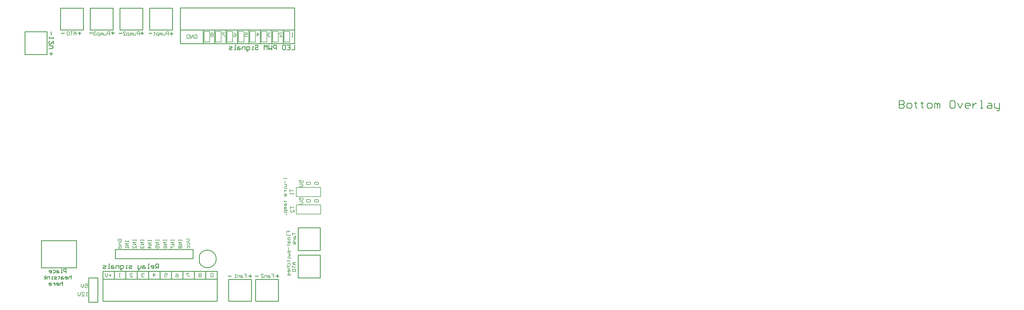
<source format=gbo>
G04 Layer_Color=49087*
%FSLAX25Y25*%
%MOIN*%
G70*
G01*
G75*
%ADD30C,0.01000*%
%ADD69C,0.00787*%
%ADD73C,0.00700*%
%ADD75C,0.00800*%
D30*
X231384Y54000D02*
G03*
X231384Y64000I10500J5000D01*
G01*
X166000Y389264D02*
X196000D01*
Y360500D02*
Y389264D01*
X166000Y360500D02*
X196000D01*
X166000D02*
Y389264D01*
X127000D02*
X157000D01*
Y360500D02*
Y389264D01*
X127000Y360500D02*
X157000D01*
X127000D02*
Y389264D01*
X88000D02*
X118000D01*
Y360500D02*
Y389264D01*
X88000Y360500D02*
X118000D01*
X88000D02*
Y389264D01*
X49000D02*
X79000D01*
Y360500D02*
Y389264D01*
X49000Y360500D02*
X79000D01*
X49000D02*
Y389264D01*
X24000Y47500D02*
Y83000D01*
Y47500D02*
X70000D01*
Y83000D01*
X24000D02*
X70000D01*
X231384Y54000D02*
Y64000D01*
X86000Y2000D02*
Y34000D01*
Y2000D02*
X98000D01*
Y34000D01*
X86000D02*
X98000D01*
X341311Y342500D02*
Y360390D01*
X326311Y342500D02*
Y360390D01*
X311311Y342500D02*
Y360390D01*
X296311Y342500D02*
Y360390D01*
X281311Y342500D02*
Y360390D01*
X206311Y342500D02*
Y360500D01*
Y342500D02*
X356311D01*
Y360500D01*
X236311Y342610D02*
Y360500D01*
X206311D02*
Y389500D01*
Y360500D02*
X356311D01*
X356291Y360433D02*
Y389500D01*
X206311D02*
X356291D01*
X119500Y32567D02*
Y42890D01*
X104500Y42858D02*
X254500D01*
X104500Y32567D02*
Y42890D01*
Y3433D02*
Y32567D01*
Y3433D02*
X254500D01*
Y32567D01*
X104500D02*
X254480D01*
X389764Y34000D02*
Y64000D01*
X361000Y34000D02*
X389764D01*
X361000D02*
Y64000D01*
X389764D01*
X2106Y328228D02*
Y358228D01*
X31106D01*
Y328228D02*
Y358228D01*
X2106Y328228D02*
X31106D01*
X361000Y100000D02*
X389764D01*
X361000Y70000D02*
Y100000D01*
Y70000D02*
X389764D01*
Y100000D01*
X266311Y342610D02*
Y360500D01*
X251311Y342610D02*
Y360500D01*
X134500Y32567D02*
Y42890D01*
X149500Y32567D02*
Y42890D01*
X164500Y32567D02*
Y42890D01*
X179500Y32567D02*
Y42890D01*
X194500Y32567D02*
Y42890D01*
X209500Y32567D02*
Y42890D01*
X224500Y32567D02*
Y42890D01*
X239500Y32567D02*
Y42890D01*
X254500Y32567D02*
Y42890D01*
X121000Y71500D02*
X223000D01*
Y59500D02*
Y71500D01*
X121000Y59500D02*
X223000D01*
X121000D02*
Y71500D01*
X305000Y3500D02*
Y32264D01*
Y3500D02*
X335000D01*
Y32264D01*
X305000D02*
X335000D01*
X269500Y3500D02*
Y32264D01*
Y3500D02*
X299500D01*
Y32264D01*
X269500D02*
X299500D01*
X56336Y40796D02*
Y45794D01*
X53836D01*
X53003Y44961D01*
Y43295D01*
X53836Y42462D01*
X56336D01*
X51337Y40796D02*
X49671D01*
X50504D01*
Y45794D01*
X51337D01*
X46339Y44128D02*
X44673D01*
X43839Y43295D01*
Y40796D01*
X46339D01*
X47172Y41629D01*
X46339Y42462D01*
X43839D01*
X38841Y44128D02*
X41340D01*
X42173Y43295D01*
Y41629D01*
X41340Y40796D01*
X38841D01*
X34676D02*
X36342D01*
X37175Y41629D01*
Y43295D01*
X36342Y44128D01*
X34676D01*
X33843Y43295D01*
Y42462D01*
X37175D01*
X63000Y37396D02*
Y32398D01*
Y34897D01*
X62167Y35730D01*
X60501D01*
X59668Y34897D01*
Y32398D01*
X55502D02*
X57169D01*
X58002Y33231D01*
Y34897D01*
X57169Y35730D01*
X55502D01*
X54669Y34897D01*
Y34064D01*
X58002D01*
X52170Y35730D02*
X50504D01*
X49671Y34897D01*
Y32398D01*
X52170D01*
X53003Y33231D01*
X52170Y34064D01*
X49671D01*
X47172Y36563D02*
Y35730D01*
X48005D01*
X46339D01*
X47172D01*
Y33231D01*
X46339Y32398D01*
X43839D02*
X41340D01*
X40507Y33231D01*
X41340Y34064D01*
X43007D01*
X43839Y34897D01*
X43007Y35730D01*
X40507D01*
X38841Y32398D02*
X37175D01*
X38008D01*
Y35730D01*
X38841D01*
X34676Y32398D02*
Y35730D01*
X32177D01*
X31344Y34897D01*
Y32398D01*
X29678D02*
Y37396D01*
Y34064D02*
X27178Y35730D01*
X29678Y34064D02*
X27178Y32398D01*
X51754Y28998D02*
Y24000D01*
Y26499D01*
X50921Y27332D01*
X49255D01*
X48421Y26499D01*
Y24000D01*
X44256D02*
X45922D01*
X46755Y24833D01*
Y26499D01*
X45922Y27332D01*
X44256D01*
X43423Y26499D01*
Y25666D01*
X46755D01*
X41757Y27332D02*
Y24000D01*
Y25666D01*
X40924Y26499D01*
X40091Y27332D01*
X39258D01*
X34259Y24000D02*
X35925D01*
X36759Y24833D01*
Y26499D01*
X35925Y27332D01*
X34259D01*
X33426Y26499D01*
Y25666D01*
X36759D01*
X356311Y340498D02*
Y334500D01*
X352312D01*
X346314Y340498D02*
X350313D01*
Y334500D01*
X346314D01*
X350313Y337499D02*
X348314D01*
X344315Y340498D02*
Y334500D01*
X341316D01*
X340316Y335500D01*
Y339498D01*
X341316Y340498D01*
X344315D01*
X332319Y334500D02*
Y340498D01*
X329320D01*
X328320Y339498D01*
Y337499D01*
X329320Y336499D01*
X332319D01*
X326321Y340498D02*
Y334500D01*
X324321Y336499D01*
X322322Y334500D01*
Y340498D01*
X320323Y334500D02*
Y340498D01*
X318323Y338499D01*
X316324Y340498D01*
Y334500D01*
X304328Y339498D02*
X305328Y340498D01*
X307327D01*
X308327Y339498D01*
Y338499D01*
X307327Y337499D01*
X305328D01*
X304328Y336499D01*
Y335500D01*
X305328Y334500D01*
X307327D01*
X308327Y335500D01*
X302328Y334500D02*
X300329D01*
X301329D01*
Y338499D01*
X302328D01*
X295331Y332501D02*
X294331D01*
X293331Y333500D01*
Y338499D01*
X296330D01*
X297330Y337499D01*
Y335500D01*
X296330Y334500D01*
X293331D01*
X291332D02*
Y338499D01*
X288333D01*
X287333Y337499D01*
Y334500D01*
X284334Y338499D02*
X282335D01*
X281335Y337499D01*
Y334500D01*
X284334D01*
X285334Y335500D01*
X284334Y336499D01*
X281335D01*
X279336Y334500D02*
X277337D01*
X278336D01*
Y340498D01*
X279336D01*
X274338Y334500D02*
X271339D01*
X270339Y335500D01*
X271339Y336499D01*
X273338D01*
X274338Y337499D01*
X273338Y338499D01*
X270339D01*
X177500Y46500D02*
Y52498D01*
X174501D01*
X173501Y51498D01*
Y49499D01*
X174501Y48499D01*
X177500D01*
X175501D02*
X173501Y46500D01*
X168503D02*
X170502D01*
X171502Y47500D01*
Y49499D01*
X170502Y50499D01*
X168503D01*
X167503Y49499D01*
Y48499D01*
X171502D01*
X165504Y46500D02*
X163505D01*
X164504D01*
Y52498D01*
X165504D01*
X159506Y50499D02*
X157507D01*
X156507Y49499D01*
Y46500D01*
X159506D01*
X160505Y47500D01*
X159506Y48499D01*
X156507D01*
X154508Y50499D02*
Y47500D01*
X153508Y46500D01*
X150509D01*
Y45500D01*
X151508Y44501D01*
X152508D01*
X150509Y46500D02*
Y50499D01*
X142511Y46500D02*
X139512D01*
X138513Y47500D01*
X139512Y48499D01*
X141512D01*
X142511Y49499D01*
X141512Y50499D01*
X138513D01*
X136513Y46500D02*
X134514D01*
X135514D01*
Y50499D01*
X136513D01*
X129516Y44501D02*
X128516D01*
X127516Y45500D01*
Y50499D01*
X130515D01*
X131515Y49499D01*
Y47500D01*
X130515Y46500D01*
X127516D01*
X125517D02*
Y50499D01*
X122518D01*
X121518Y49499D01*
Y46500D01*
X118519Y50499D02*
X116520D01*
X115520Y49499D01*
Y46500D01*
X118519D01*
X119519Y47500D01*
X118519Y48499D01*
X115520D01*
X113521Y46500D02*
X111521D01*
X112521D01*
Y52498D01*
X113521D01*
X108522Y46500D02*
X105523D01*
X104524Y47500D01*
X105523Y48499D01*
X107523D01*
X108522Y49499D01*
X107523Y50499D01*
X104524D01*
X36607Y327228D02*
Y331227D01*
X34608Y329228D02*
X38607D01*
X36607Y354228D02*
Y358227D01*
X39606Y350728D02*
Y348729D01*
Y349729D01*
X33608D01*
X34608Y350728D01*
X39606Y341731D02*
Y345730D01*
X35608Y341731D01*
X34608D01*
X33608Y342731D01*
Y344730D01*
X34608Y345730D01*
X33608Y339732D02*
X37607D01*
X39606Y337733D01*
X37607Y335733D01*
X33608D01*
X1150000Y267497D02*
Y257500D01*
X1154998D01*
X1156665Y259166D01*
Y260832D01*
X1154998Y262498D01*
X1150000D01*
X1154998D01*
X1156665Y264165D01*
Y265831D01*
X1154998Y267497D01*
X1150000D01*
X1161663Y257500D02*
X1164995D01*
X1166661Y259166D01*
Y262498D01*
X1164995Y264165D01*
X1161663D01*
X1159997Y262498D01*
Y259166D01*
X1161663Y257500D01*
X1171660Y265831D02*
Y264165D01*
X1169994D01*
X1173326D01*
X1171660D01*
Y259166D01*
X1173326Y257500D01*
X1179990Y265831D02*
Y264165D01*
X1178324D01*
X1181656D01*
X1179990D01*
Y259166D01*
X1181656Y257500D01*
X1188321D02*
X1191653D01*
X1193319Y259166D01*
Y262498D01*
X1191653Y264165D01*
X1188321D01*
X1186655Y262498D01*
Y259166D01*
X1188321Y257500D01*
X1196652D02*
Y264165D01*
X1198318D01*
X1199984Y262498D01*
Y257500D01*
Y262498D01*
X1201650Y264165D01*
X1203316Y262498D01*
Y257500D01*
X1221644Y267497D02*
X1218311D01*
X1216645Y265831D01*
Y259166D01*
X1218311Y257500D01*
X1221644D01*
X1223310Y259166D01*
Y265831D01*
X1221644Y267497D01*
X1226642Y264165D02*
X1229974Y257500D01*
X1233307Y264165D01*
X1241637Y257500D02*
X1238305D01*
X1236639Y259166D01*
Y262498D01*
X1238305Y264165D01*
X1241637D01*
X1243303Y262498D01*
Y260832D01*
X1236639D01*
X1246636Y264165D02*
Y257500D01*
Y260832D01*
X1248302Y262498D01*
X1249968Y264165D01*
X1251634D01*
X1256632Y257500D02*
X1259964D01*
X1258298D01*
Y267497D01*
X1256632D01*
X1266629Y264165D02*
X1269961D01*
X1271627Y262498D01*
Y257500D01*
X1266629D01*
X1264963Y259166D01*
X1266629Y260832D01*
X1271627D01*
X1274960Y264165D02*
Y259166D01*
X1276626Y257500D01*
X1281624D01*
Y255834D01*
X1279958Y254168D01*
X1278292D01*
X1281624Y257500D02*
Y264165D01*
X300000Y36501D02*
X296001D01*
X298001Y34502D02*
Y38500D01*
X273000Y36501D02*
X269001D01*
X335500D02*
X331501D01*
X333501Y34502D02*
Y38500D01*
X308500Y36501D02*
X304501D01*
X72000Y355999D02*
X75999D01*
X73999Y357998D02*
Y354000D01*
X50000Y355999D02*
X53999D01*
X87000Y356499D02*
X90999D01*
X115500D02*
X119499D01*
X117499Y358498D02*
Y354500D01*
X125500Y355999D02*
X129499D01*
X154000D02*
X157999D01*
X155999Y357998D02*
Y354000D01*
X165000Y355999D02*
X168999D01*
X192500Y355499D02*
X196499D01*
X194499Y357498D02*
Y353500D01*
D69*
X252669Y358587D02*
X259953D01*
X252669Y344413D02*
X259953D01*
X252669D02*
Y358587D01*
X259953Y344413D02*
Y358587D01*
X237669D02*
X244953D01*
X237669Y344413D02*
X244953D01*
X237669D02*
Y358587D01*
X244953Y344413D02*
Y358587D01*
X327669Y344413D02*
Y358587D01*
X334953Y344413D02*
Y358587D01*
X327669Y344413D02*
X334953D01*
X327669Y358587D02*
X334953D01*
X312669Y344413D02*
Y358587D01*
X319953Y344413D02*
Y358587D01*
X312669Y344413D02*
X319953D01*
X312669Y358587D02*
X319953D01*
X297669Y344413D02*
Y358587D01*
X304953Y344413D02*
Y358587D01*
X297669Y344413D02*
X304953D01*
X297669Y358587D02*
X304953D01*
X282669Y344413D02*
Y358587D01*
X289953Y344413D02*
Y358587D01*
X282669Y344413D02*
X289953D01*
X282669Y358587D02*
X289953D01*
X349953Y344413D02*
Y358587D01*
X342669Y344413D02*
Y358587D01*
Y344413D02*
X349953D01*
X342669Y358587D02*
X349953D01*
X274953Y344413D02*
Y358587D01*
X267669Y344413D02*
Y358587D01*
Y344413D02*
X274953D01*
X267669Y358587D02*
X274953D01*
D73*
X358500Y141000D02*
Y153000D01*
Y141000D02*
X390500D01*
Y153000D01*
X358500D02*
X390500D01*
X358500Y118000D02*
Y130000D01*
Y118000D02*
X390500D01*
Y130000D01*
X358500D02*
X390500D01*
X346002Y92501D02*
Y95500D01*
X348251D01*
Y94001D01*
Y95500D01*
X350500D01*
Y91001D02*
Y89502D01*
Y90252D01*
X346002D01*
Y91001D01*
X350500Y86503D02*
Y85003D01*
X349750Y84254D01*
X348251D01*
X347501Y85003D01*
Y86503D01*
X348251Y87253D01*
X349750D01*
X350500Y86503D01*
X347501Y82004D02*
Y80505D01*
X348251Y79755D01*
X350500D01*
Y82004D01*
X349750Y82754D01*
X349001Y82004D01*
Y79755D01*
X346751Y77506D02*
X347501D01*
Y78256D01*
Y76756D01*
Y77506D01*
X349750D01*
X350500Y76756D01*
X348251Y74507D02*
Y71508D01*
X350500Y70008D02*
Y67759D01*
X349750Y67009D01*
X349001Y67759D01*
Y69258D01*
X348251Y70008D01*
X347501Y69258D01*
Y67009D01*
Y65510D02*
X349750D01*
X350500Y64760D01*
X349750Y64010D01*
X350500Y63261D01*
X349750Y62511D01*
X347501D01*
X350500Y61011D02*
Y59512D01*
Y60261D01*
X347501D01*
Y61011D01*
X346751Y56513D02*
X347501D01*
Y57262D01*
Y55763D01*
Y56513D01*
X349750D01*
X350500Y55763D01*
X347501Y50515D02*
Y52764D01*
X348251Y53514D01*
X349750D01*
X350500Y52764D01*
Y50515D01*
X346002Y49015D02*
X350500D01*
X348251D01*
X347501Y48265D01*
Y46766D01*
X348251Y46016D01*
X350500D01*
Y42267D02*
Y43767D01*
X349750Y44517D01*
X348251D01*
X347501Y43767D01*
Y42267D01*
X348251Y41517D01*
X349001D01*
Y44517D01*
X350500Y40018D02*
Y37769D01*
X349750Y37019D01*
X349001Y37769D01*
Y39268D01*
X348251Y40018D01*
X347501Y39268D01*
Y37019D01*
X353502Y93500D02*
Y90501D01*
Y92001D01*
X358000D01*
X355001Y88252D02*
Y86752D01*
X355751Y86002D01*
X358000D01*
Y88252D01*
X357250Y89002D01*
X356501Y88252D01*
Y86002D01*
X358000Y84503D02*
X355001D01*
Y82254D01*
X355751Y81504D01*
X358000D01*
Y80004D02*
X353502D01*
X356501D02*
X355001Y77755D01*
X356501Y80004D02*
X358000Y77755D01*
Y54500D02*
X355001D01*
X353502Y53000D01*
X355001Y51501D01*
X358000D01*
X355751D01*
Y54500D01*
X353502Y50002D02*
Y47003D01*
Y48502D01*
X358000D01*
X353502Y43254D02*
Y44753D01*
X354251Y45503D01*
X357250D01*
X358000Y44753D01*
Y43254D01*
X357250Y42504D01*
X354251D01*
X353502Y43254D01*
X346000Y165500D02*
Y164000D01*
Y164750D01*
X341501D01*
X342251Y165500D01*
X343751Y161751D02*
Y158752D01*
X343001Y157253D02*
X345250D01*
X346000Y156503D01*
X345250Y155753D01*
X346000Y155003D01*
X345250Y154254D01*
X343001D01*
X346000Y152754D02*
Y151255D01*
Y152004D01*
X343001D01*
Y152754D01*
Y149005D02*
X346000D01*
X344500D01*
X343751Y148256D01*
X343001Y147506D01*
Y146756D01*
X346000Y142257D02*
Y143757D01*
X345250Y144507D01*
X343751D01*
X343001Y143757D01*
Y142257D01*
X343751Y141508D01*
X344500D01*
Y144507D01*
X342251Y134760D02*
X343001D01*
Y135510D01*
Y134010D01*
Y134760D01*
X345250D01*
X346000Y134010D01*
Y129512D02*
Y131011D01*
X345250Y131761D01*
X343751D01*
X343001Y131011D01*
Y129512D01*
X343751Y128762D01*
X344500D01*
Y131761D01*
X346000Y127262D02*
X343001D01*
Y126513D01*
X343751Y125763D01*
X346000D01*
X343751D01*
X343001Y125013D01*
X343751Y124263D01*
X346000D01*
X347500Y122764D02*
X343001D01*
Y120515D01*
X343751Y119765D01*
X345250D01*
X346000Y120515D01*
Y122764D01*
Y118265D02*
X345250D01*
Y117516D01*
X346000D01*
Y118265D01*
X125251Y82001D02*
X124502Y82751D01*
Y84250D01*
X125251Y85000D01*
X128250D01*
X129000Y84250D01*
Y82751D01*
X128250Y82001D01*
X126751D01*
Y83500D01*
X129000Y80502D02*
X126001D01*
Y78252D01*
X126751Y77503D01*
X129000D01*
X124502Y73004D02*
X129000D01*
Y75253D01*
X128250Y76003D01*
X126751D01*
X126001Y75253D01*
Y73004D01*
X134002Y83000D02*
Y81501D01*
Y82250D01*
X138500D01*
Y83000D01*
Y81501D01*
Y79251D02*
X134002D01*
X138500Y76252D01*
X134002D01*
X138500Y74753D02*
Y73253D01*
Y74003D01*
X134002D01*
X134751Y74753D01*
X144001Y84500D02*
Y83000D01*
Y83750D01*
X148500D01*
Y84500D01*
Y83000D01*
Y80751D02*
X144001D01*
X148500Y77752D01*
X144001D01*
X148500Y73254D02*
Y76253D01*
X145501Y73254D01*
X144751D01*
X144001Y74003D01*
Y75503D01*
X144751Y76253D01*
X154001Y84500D02*
Y83000D01*
Y83750D01*
X158500D01*
Y84500D01*
Y83000D01*
Y80751D02*
X154001D01*
X158500Y77752D01*
X154001D01*
X154751Y76253D02*
X154001Y75503D01*
Y74003D01*
X154751Y73254D01*
X155501D01*
X156251Y74003D01*
Y74753D01*
Y74003D01*
X157001Y73254D01*
X157750D01*
X158500Y74003D01*
Y75503D01*
X157750Y76253D01*
X164002Y84000D02*
Y82500D01*
Y83250D01*
X168500D01*
Y84000D01*
Y82500D01*
Y80251D02*
X164002D01*
X168500Y77252D01*
X164002D01*
X168500Y73503D02*
X164002D01*
X166251Y75753D01*
Y72754D01*
X174002Y84500D02*
Y83000D01*
Y83750D01*
X178500D01*
Y84500D01*
Y83000D01*
Y80751D02*
X174002D01*
X178500Y77752D01*
X174002D01*
Y73254D02*
Y76253D01*
X176251D01*
X175501Y74753D01*
Y74003D01*
X176251Y73254D01*
X177750D01*
X178500Y74003D01*
Y75503D01*
X177750Y76253D01*
X184002Y84500D02*
Y83000D01*
Y83750D01*
X188500D01*
Y84500D01*
Y83000D01*
Y80751D02*
X184002D01*
X188500Y77752D01*
X184002D01*
Y73254D02*
X184751Y74753D01*
X186251Y76253D01*
X187750D01*
X188500Y75503D01*
Y74003D01*
X187750Y73254D01*
X187001D01*
X186251Y74003D01*
Y76253D01*
X194001Y84500D02*
Y83000D01*
Y83750D01*
X198500D01*
Y84500D01*
Y83000D01*
Y80751D02*
X194001D01*
X198500Y77752D01*
X194001D01*
Y76253D02*
Y73254D01*
X194751D01*
X197750Y76253D01*
X198500D01*
X204001Y84500D02*
Y83000D01*
Y83750D01*
X208500D01*
Y84500D01*
Y83000D01*
Y80751D02*
X204001D01*
X208500Y77752D01*
X204001D01*
X204751Y76253D02*
X204001Y75503D01*
Y74003D01*
X204751Y73254D01*
X205501D01*
X206251Y74003D01*
X207000Y73254D01*
X207750D01*
X208500Y74003D01*
Y75503D01*
X207750Y76253D01*
X207000D01*
X206251Y75503D01*
X205501Y76253D01*
X204751D01*
X206251Y75503D02*
Y74003D01*
X214001Y85000D02*
X217001D01*
X218500Y83500D01*
X217001Y82001D01*
X214001D01*
X215501Y77503D02*
Y79752D01*
X216251Y80502D01*
X217750D01*
X218500Y79752D01*
Y77503D01*
X215501Y73004D02*
Y75253D01*
X216251Y76003D01*
X217750D01*
X218500Y75253D01*
Y73004D01*
X290001Y38999D02*
X293000D01*
Y36749D01*
X291500D01*
X293000D01*
Y34500D01*
X287752Y37499D02*
X286252D01*
X285503Y36749D01*
Y34500D01*
X287752D01*
X288502Y35250D01*
X287752Y36000D01*
X285503D01*
X284003Y34500D02*
Y37499D01*
X281754D01*
X281004Y36749D01*
Y34500D01*
X279504D02*
X278005D01*
X278755D01*
Y38999D01*
X279504Y38249D01*
X326001Y38999D02*
X329000D01*
Y36749D01*
X327501D01*
X329000D01*
Y34500D01*
X323752Y37499D02*
X322252D01*
X321502Y36749D01*
Y34500D01*
X323752D01*
X324501Y35250D01*
X323752Y36000D01*
X321502D01*
X320003Y34500D02*
Y37499D01*
X317754D01*
X317004Y36749D01*
Y34500D01*
X312505D02*
X315504D01*
X312505Y37499D01*
Y38249D01*
X313255Y38999D01*
X314755D01*
X315504Y38249D01*
X191000Y353500D02*
Y357998D01*
X188751D01*
X188001Y357249D01*
Y355749D01*
X188751Y354999D01*
X191000D01*
X186501Y356499D02*
Y354250D01*
X185752Y353500D01*
X183502D01*
Y356499D01*
X182003Y353500D02*
Y356499D01*
X181253D01*
X180503Y355749D01*
Y353500D01*
Y355749D01*
X179754Y356499D01*
X179004Y355749D01*
Y353500D01*
X177504Y352000D02*
Y356499D01*
X175255D01*
X174505Y355749D01*
Y354250D01*
X175255Y353500D01*
X177504D01*
X173006D02*
X171506D01*
X172256D01*
Y357998D01*
X173006Y357249D01*
X152500Y353500D02*
Y357998D01*
X150251D01*
X149501Y357249D01*
Y355749D01*
X150251Y354999D01*
X152500D01*
X148001Y356499D02*
Y354250D01*
X147252Y353500D01*
X145002D01*
Y356499D01*
X143503Y353500D02*
Y356499D01*
X142753D01*
X142003Y355749D01*
Y353500D01*
Y355749D01*
X141254Y356499D01*
X140504Y355749D01*
Y353500D01*
X139004Y352000D02*
Y356499D01*
X136755D01*
X136005Y355749D01*
Y354250D01*
X136755Y353500D01*
X139004D01*
X131507D02*
X134506D01*
X131507Y356499D01*
Y357249D01*
X132256Y357998D01*
X133756D01*
X134506Y357249D01*
X113500Y353500D02*
Y357998D01*
X111251D01*
X110501Y357249D01*
Y355749D01*
X111251Y354999D01*
X113500D01*
X109001Y356499D02*
Y354250D01*
X108252Y353500D01*
X106002D01*
Y356499D01*
X104503Y353500D02*
Y356499D01*
X103753D01*
X103003Y355749D01*
Y353500D01*
Y355749D01*
X102254Y356499D01*
X101504Y355749D01*
Y353500D01*
X100004Y352000D02*
Y356499D01*
X97755D01*
X97005Y355749D01*
Y354250D01*
X97755Y353500D01*
X100004D01*
X95506Y357249D02*
X94756Y357998D01*
X93256D01*
X92507Y357249D01*
Y356499D01*
X93256Y355749D01*
X94006D01*
X93256D01*
X92507Y354999D01*
Y354250D01*
X93256Y353500D01*
X94756D01*
X95506Y354250D01*
X69500Y353500D02*
Y356499D01*
X68001Y357998D01*
X66501Y356499D01*
Y353500D01*
Y355749D01*
X69500D01*
X65001Y357998D02*
X62002D01*
X63502D01*
Y353500D01*
X58254Y357998D02*
X59753D01*
X60503Y357249D01*
Y354250D01*
X59753Y353500D01*
X58254D01*
X57504Y354250D01*
Y357249D01*
X58254Y357998D01*
D75*
X81168Y25998D02*
X84500D01*
Y23499D01*
X82834Y24332D01*
X82001D01*
X81168Y23499D01*
Y21833D01*
X82001Y21000D01*
X83667D01*
X84500Y21833D01*
X79502Y25998D02*
Y22666D01*
X77836Y21000D01*
X76169Y22666D01*
Y25998D01*
X84500Y10000D02*
X82834D01*
X83667D01*
Y14998D01*
X84500Y14165D01*
X77002Y10000D02*
X80335D01*
X77002Y13332D01*
Y14165D01*
X77836Y14998D01*
X79502D01*
X80335Y14165D01*
X75336Y14998D02*
Y11666D01*
X73670Y10000D01*
X72004Y11666D01*
Y14998D01*
X224979Y353165D02*
X225812Y353998D01*
X227478D01*
X228311Y353165D01*
Y349833D01*
X227478Y349000D01*
X225812D01*
X224979Y349833D01*
Y351499D01*
X226645D01*
X223313Y349000D02*
Y353998D01*
X219980Y349000D01*
Y353998D01*
X218314D02*
Y349000D01*
X215815D01*
X214982Y349833D01*
Y353165D01*
X215815Y353998D01*
X218314D01*
X354311Y351500D02*
X352645D01*
X353478D01*
Y356498D01*
X354311Y355665D01*
X336479Y351500D02*
X339811D01*
X336479Y354832D01*
Y355665D01*
X337312Y356498D01*
X338978D01*
X339811Y355665D01*
X324669D02*
X323836Y356498D01*
X322170D01*
X321337Y355665D01*
Y354832D01*
X322170Y353999D01*
X323003D01*
X322170D01*
X321337Y353166D01*
Y352333D01*
X322170Y351500D01*
X323836D01*
X324669Y352333D01*
X307170Y351500D02*
Y356498D01*
X309669Y353999D01*
X306337D01*
X290979Y356498D02*
X294311D01*
Y353999D01*
X292645Y354832D01*
X291812D01*
X290979Y353999D01*
Y352333D01*
X291812Y351500D01*
X293478D01*
X294311Y352333D01*
X276337Y356498D02*
X278003Y355665D01*
X279669Y353999D01*
Y352333D01*
X278836Y351500D01*
X277170D01*
X276337Y352333D01*
Y353166D01*
X277170Y353999D01*
X279669D01*
X246168Y39165D02*
X247001Y39998D01*
X248667D01*
X249500Y39165D01*
Y35833D01*
X248667Y35000D01*
X247001D01*
X246168Y35833D01*
Y37499D01*
X247834D01*
X234000Y39165D02*
X233167Y39998D01*
X231501D01*
X230668Y39165D01*
Y38332D01*
X231501Y37499D01*
X230668Y36666D01*
Y35833D01*
X231501Y35000D01*
X233167D01*
X234000Y35833D01*
Y36666D01*
X233167Y37499D01*
X234000Y38332D01*
Y39165D01*
X233167Y37499D02*
X231501D01*
X218000Y39998D02*
X214668D01*
Y39165D01*
X218000Y35833D01*
Y35000D01*
X200168Y39998D02*
X201834Y39165D01*
X203500Y37499D01*
Y35833D01*
X202667Y35000D01*
X201001D01*
X200168Y35833D01*
Y36666D01*
X201001Y37499D01*
X203500D01*
X185668Y39998D02*
X189000D01*
Y37499D01*
X187334Y38332D01*
X186501D01*
X185668Y37499D01*
Y35833D01*
X186501Y35000D01*
X188167D01*
X189000Y35833D01*
X171001Y35000D02*
Y39998D01*
X173500Y37499D01*
X170168D01*
X159000Y39165D02*
X158167Y39998D01*
X156501D01*
X155668Y39165D01*
Y38332D01*
X156501Y37499D01*
X157334D01*
X156501D01*
X155668Y36666D01*
Y35833D01*
X156501Y35000D01*
X158167D01*
X159000Y35833D01*
X140168Y35000D02*
X143500D01*
X140168Y38332D01*
Y39165D01*
X141001Y39998D01*
X142667D01*
X143500Y39165D01*
X127500Y35000D02*
X125834D01*
X126667D01*
Y39998D01*
X127500Y39165D01*
X116000Y37499D02*
X112668D01*
X114334Y39165D02*
Y35833D01*
X111002Y39998D02*
Y36666D01*
X109335Y35000D01*
X107669Y36666D01*
Y39998D01*
X372002Y160000D02*
X377000D01*
Y157501D01*
X376167Y156668D01*
X372835D01*
X372002Y157501D01*
Y160000D01*
X351002Y128500D02*
Y125168D01*
Y126834D01*
X356000D01*
Y120169D02*
Y123502D01*
X352668Y120169D01*
X351835D01*
X351002Y121002D01*
Y122669D01*
X351835Y123502D01*
X350002Y150500D02*
Y147168D01*
Y148834D01*
X355000D01*
Y145502D02*
Y143835D01*
Y144669D01*
X350002D01*
X350835Y145502D01*
X264669Y356609D02*
X261337D01*
Y355776D01*
X264669Y352443D01*
Y351610D01*
X249669Y355776D02*
X248836Y356609D01*
X247170D01*
X246337Y355776D01*
Y354942D01*
X247170Y354110D01*
X246337Y353276D01*
Y352443D01*
X247170Y351610D01*
X248836D01*
X249669Y352443D01*
Y353276D01*
X248836Y354110D01*
X249669Y354942D01*
Y355776D01*
X248836Y354110D02*
X247170D01*
X383335Y156668D02*
X382502Y157501D01*
Y159167D01*
X383335Y160000D01*
X386667D01*
X387500Y159167D01*
Y157501D01*
X386667Y156668D01*
X385001D01*
Y158334D01*
X362502Y159168D02*
Y162500D01*
X365001D01*
X364168Y160834D01*
Y160001D01*
X365001Y159168D01*
X366667D01*
X367500Y160001D01*
Y161667D01*
X366667Y162500D01*
X362502Y157502D02*
X365834D01*
X367500Y155835D01*
X365834Y154169D01*
X362502D01*
Y136168D02*
Y139500D01*
X365001D01*
X364168Y137834D01*
Y137001D01*
X365001Y136168D01*
X366667D01*
X367500Y137001D01*
Y138667D01*
X366667Y139500D01*
X362502Y134502D02*
X365834D01*
X367500Y132835D01*
X365834Y131169D01*
X362502D01*
X383335Y133668D02*
X382502Y134501D01*
Y136167D01*
X383335Y137000D01*
X386667D01*
X387500Y136167D01*
Y134501D01*
X386667Y133668D01*
X385001D01*
Y135334D01*
X372002Y137000D02*
X377000D01*
Y134501D01*
X376167Y133668D01*
X372835D01*
X372002Y134501D01*
Y137000D01*
M02*

</source>
